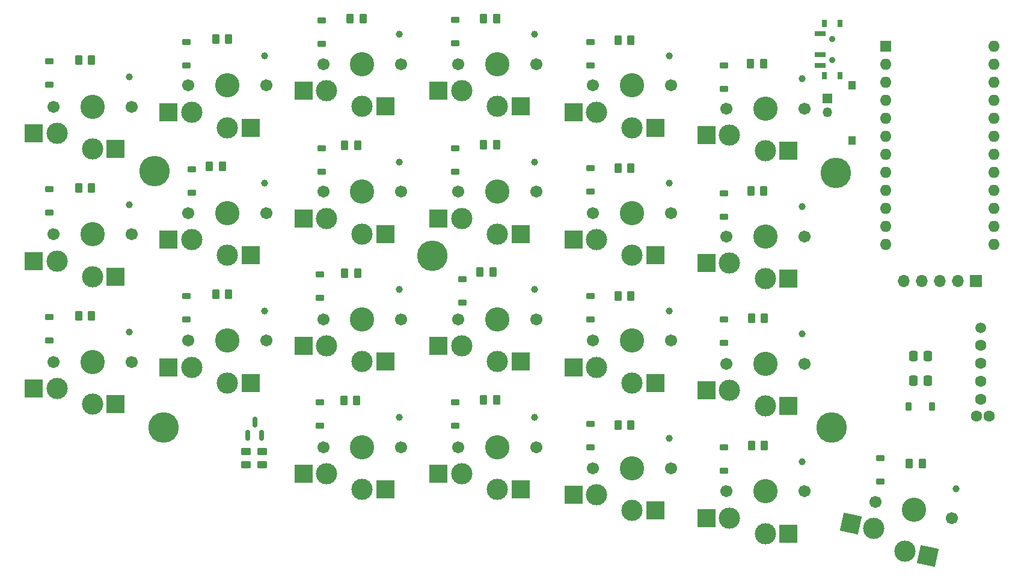
<source format=gbr>
%TF.GenerationSoftware,KiCad,Pcbnew,7.0.5-0*%
%TF.CreationDate,2023-10-18T13:26:08+10:30*%
%TF.ProjectId,Rolio,526f6c69-6f2e-46b6-9963-61645f706362,rev?*%
%TF.SameCoordinates,Original*%
%TF.FileFunction,Soldermask,Bot*%
%TF.FilePolarity,Negative*%
%FSLAX46Y46*%
G04 Gerber Fmt 4.6, Leading zero omitted, Abs format (unit mm)*
G04 Created by KiCad (PCBNEW 7.0.5-0) date 2023-10-18 13:26:08*
%MOMM*%
%LPD*%
G01*
G04 APERTURE LIST*
G04 Aperture macros list*
%AMRoundRect*
0 Rectangle with rounded corners*
0 $1 Rounding radius*
0 $2 $3 $4 $5 $6 $7 $8 $9 X,Y pos of 4 corners*
0 Add a 4 corners polygon primitive as box body*
4,1,4,$2,$3,$4,$5,$6,$7,$8,$9,$2,$3,0*
0 Add four circle primitives for the rounded corners*
1,1,$1+$1,$2,$3*
1,1,$1+$1,$4,$5*
1,1,$1+$1,$6,$7*
1,1,$1+$1,$8,$9*
0 Add four rect primitives between the rounded corners*
20,1,$1+$1,$2,$3,$4,$5,0*
20,1,$1+$1,$4,$5,$6,$7,0*
20,1,$1+$1,$6,$7,$8,$9,0*
20,1,$1+$1,$8,$9,$2,$3,0*%
%AMRotRect*
0 Rectangle, with rotation*
0 The origin of the aperture is its center*
0 $1 length*
0 $2 width*
0 $3 Rotation angle, in degrees counterclockwise*
0 Add horizontal line*
21,1,$1,$2,0,0,$3*%
G04 Aperture macros list end*
%ADD10C,1.701800*%
%ADD11C,3.000000*%
%ADD12C,3.429000*%
%ADD13C,0.990600*%
%ADD14R,2.600000X2.600000*%
%ADD15C,4.300000*%
%ADD16R,1.700000X1.700000*%
%ADD17O,1.700000X1.700000*%
%ADD18C,1.500000*%
%ADD19C,1.600000*%
%ADD20R,1.600000X1.600000*%
%ADD21O,1.600000X1.600000*%
%ADD22RotRect,2.600000X2.600000X348.000000*%
%ADD23R,1.350000X1.350000*%
%ADD24O,1.350000X1.350000*%
%ADD25RoundRect,0.250000X0.262500X0.450000X-0.262500X0.450000X-0.262500X-0.450000X0.262500X-0.450000X0*%
%ADD26RoundRect,0.225000X-0.375000X0.225000X-0.375000X-0.225000X0.375000X-0.225000X0.375000X0.225000X0*%
%ADD27RoundRect,0.250000X-0.337500X-0.475000X0.337500X-0.475000X0.337500X0.475000X-0.337500X0.475000X0*%
%ADD28RoundRect,0.250000X0.450000X-0.262500X0.450000X0.262500X-0.450000X0.262500X-0.450000X-0.262500X0*%
%ADD29R,0.800000X1.000000*%
%ADD30C,0.900000*%
%ADD31R,1.500000X0.700000*%
%ADD32R,1.000000X1.250000*%
%ADD33RoundRect,0.225000X-0.225000X-0.375000X0.225000X-0.375000X0.225000X0.375000X-0.225000X0.375000X0*%
%ADD34RoundRect,0.150000X0.150000X-0.587500X0.150000X0.587500X-0.150000X0.587500X-0.150000X-0.587500X0*%
G04 APERTURE END LIST*
D10*
%TO.C,SW_B0*%
X-116582400Y-10754000D03*
D11*
X-116082400Y-14504000D03*
D12*
X-111082400Y-10754000D03*
D11*
X-111082400Y-16704000D03*
D13*
X-105862400Y-6554000D03*
D10*
X-105582400Y-10754000D03*
D14*
X-107807400Y-16704000D03*
X-119357400Y-14504000D03*
%TD*%
D10*
%TO.C,SW_B3*%
X-78582400Y-61754000D03*
D11*
X-78082400Y-65504000D03*
D12*
X-73082400Y-61754000D03*
D11*
X-73082400Y-67704000D03*
D13*
X-67862400Y-57554000D03*
D10*
X-67582400Y-61754000D03*
D14*
X-69807400Y-67704000D03*
X-81357400Y-65504000D03*
%TD*%
D15*
%TO.C,H3*%
X-25364400Y-23066000D03*
%TD*%
D10*
%TO.C,SW_B4*%
X-97582400Y-61754000D03*
D11*
X-97082400Y-65504000D03*
D12*
X-92082400Y-61754000D03*
D11*
X-92082400Y-67704000D03*
D13*
X-86862400Y-57554000D03*
D10*
X-86582400Y-61754000D03*
D14*
X-88807400Y-67704000D03*
X-100357400Y-65504000D03*
%TD*%
D10*
%TO.C,SW_C1*%
X-97582400Y-25754000D03*
D11*
X-97082400Y-29504000D03*
D12*
X-92082400Y-25754000D03*
D11*
X-92082400Y-31704000D03*
D13*
X-86862400Y-21554000D03*
D10*
X-86582400Y-25754000D03*
D14*
X-88807400Y-31704000D03*
X-100357400Y-29504000D03*
%TD*%
D10*
%TO.C,SW_B1*%
X-116582400Y-28754000D03*
D11*
X-116082400Y-32504000D03*
D12*
X-111082400Y-28754000D03*
D11*
X-111082400Y-34704000D03*
D13*
X-105862400Y-24554000D03*
D10*
X-105582400Y-28754000D03*
D14*
X-107807400Y-34704000D03*
X-119357400Y-32504000D03*
%TD*%
D16*
%TO.C,Nice!View1*%
X-5648000Y-38314000D03*
D17*
X-8188000Y-38314000D03*
X-10728000Y-38314000D03*
X-13268000Y-38314000D03*
X-15808000Y-38314000D03*
%TD*%
D15*
%TO.C,H4*%
X-26012400Y-59004000D03*
%TD*%
D10*
%TO.C,SW_F0*%
X-40849500Y-14004000D03*
D11*
X-40349500Y-17754000D03*
D12*
X-35349500Y-14004000D03*
D11*
X-35349500Y-19954000D03*
D13*
X-30129500Y-9804000D03*
D10*
X-29849500Y-14004000D03*
D14*
X-32074500Y-19954000D03*
X-43624500Y-17754000D03*
%TD*%
D18*
%TO.C,RE_1*%
X-4998000Y-44914000D03*
D19*
X-4998000Y-55024000D03*
X-4998000Y-52484000D03*
X-4998000Y-49944000D03*
X-4998000Y-47404000D03*
X-3773000Y-57414000D03*
X-5623000Y-57414000D03*
%TD*%
D15*
%TO.C,H1*%
X-121302400Y-22822000D03*
%TD*%
D10*
%TO.C,SW_A2*%
X-135582400Y-49754000D03*
D11*
X-135082400Y-53504000D03*
D12*
X-130082400Y-49754000D03*
D11*
X-130082400Y-55704000D03*
D13*
X-124862400Y-45554000D03*
D10*
X-124582400Y-49754000D03*
D14*
X-126807400Y-55704000D03*
X-138357400Y-53504000D03*
%TD*%
D10*
%TO.C,SW_D1*%
X-78582400Y-25754000D03*
D11*
X-78082400Y-29504000D03*
D12*
X-73082400Y-25754000D03*
D11*
X-73082400Y-31704000D03*
D13*
X-67862400Y-21554000D03*
D10*
X-67582400Y-25754000D03*
D14*
X-69807400Y-31704000D03*
X-81357400Y-29504000D03*
%TD*%
D10*
%TO.C,SW_E2*%
X-59582400Y-46754000D03*
D11*
X-59082400Y-50504000D03*
D12*
X-54082400Y-46754000D03*
D11*
X-54082400Y-52704000D03*
D13*
X-48862400Y-42554000D03*
D10*
X-48582400Y-46754000D03*
D14*
X-50807400Y-52704000D03*
X-62357400Y-50504000D03*
%TD*%
D10*
%TO.C,SW_D2*%
X-78582400Y-43754000D03*
D11*
X-78082400Y-47504000D03*
D12*
X-73082400Y-43754000D03*
D11*
X-73082400Y-49704000D03*
D13*
X-67862400Y-39554000D03*
D10*
X-67582400Y-43754000D03*
D14*
X-69807400Y-49704000D03*
X-81357400Y-47504000D03*
%TD*%
D10*
%TO.C,SW_E0*%
X-59582400Y-10754000D03*
D11*
X-59082400Y-14504000D03*
D12*
X-54082400Y-10754000D03*
D11*
X-54082400Y-16704000D03*
D13*
X-48862400Y-6554000D03*
D10*
X-48582400Y-10754000D03*
D14*
X-50807400Y-16704000D03*
X-62357400Y-14504000D03*
%TD*%
D20*
%TO.C,NICE_NANO1*%
X-18348000Y-5204000D03*
D21*
X-18348000Y-7744000D03*
X-18348000Y-10284000D03*
X-18348000Y-12824000D03*
X-18348000Y-15364000D03*
X-18348000Y-17904000D03*
X-18348000Y-20444000D03*
X-18348000Y-22984000D03*
X-18348000Y-25524000D03*
X-18348000Y-28064000D03*
X-18348000Y-30604000D03*
X-18348000Y-33144000D03*
X-3108000Y-33144000D03*
X-3108000Y-30604000D03*
X-3108000Y-28064000D03*
X-3108000Y-25524000D03*
X-3108000Y-22984000D03*
X-3108000Y-20444000D03*
X-3108000Y-17904000D03*
X-3108000Y-15364000D03*
X-3108000Y-12824000D03*
X-3108000Y-10284000D03*
X-3108000Y-7744000D03*
X-3108000Y-5204000D03*
%TD*%
D15*
%TO.C,H5*%
X-82210400Y-34750000D03*
%TD*%
D10*
%TO.C,SW_A1*%
X-135582400Y-31754000D03*
D11*
X-135082400Y-35504000D03*
D12*
X-130082400Y-31754000D03*
D11*
X-130082400Y-37704000D03*
D13*
X-124862400Y-27554000D03*
D10*
X-124582400Y-31754000D03*
D14*
X-126807400Y-37704000D03*
X-138357400Y-35504000D03*
%TD*%
D10*
%TO.C,SW_A0*%
X-135582400Y-13754000D03*
D11*
X-135082400Y-17504000D03*
D12*
X-130082400Y-13754000D03*
D11*
X-130082400Y-19704000D03*
D13*
X-124862400Y-9554000D03*
D10*
X-124582400Y-13754000D03*
D14*
X-126807400Y-19704000D03*
X-138357400Y-17504000D03*
%TD*%
D10*
%TO.C,SW_F2*%
X-40849500Y-50004000D03*
D11*
X-40349500Y-53754000D03*
D12*
X-35349500Y-50004000D03*
D11*
X-35349500Y-55954000D03*
D13*
X-30129500Y-45804000D03*
D10*
X-29849500Y-50004000D03*
D14*
X-32074500Y-55954000D03*
X-43624500Y-53754000D03*
%TD*%
D10*
%TO.C,SW_D0*%
X-78582400Y-7754000D03*
D11*
X-78082400Y-11504000D03*
D12*
X-73082400Y-7754000D03*
D11*
X-73082400Y-13704000D03*
D13*
X-67862400Y-3554000D03*
D10*
X-67582400Y-7754000D03*
D14*
X-69807400Y-13704000D03*
X-81357400Y-11504000D03*
%TD*%
D10*
%TO.C,SW_E3*%
X-19790648Y-69479251D03*
D11*
X-20081243Y-73251260D03*
D12*
X-14410836Y-70622765D03*
D11*
X-15647911Y-76442743D03*
D13*
X-8431676Y-67599844D03*
D10*
X-9031024Y-71766279D03*
D22*
X-12444477Y-77123654D03*
X-23284676Y-72570349D03*
%TD*%
D10*
%TO.C,SW_F1*%
X-40849500Y-32049000D03*
D11*
X-40349500Y-35799000D03*
D12*
X-35349500Y-32049000D03*
D11*
X-35349500Y-37999000D03*
D13*
X-30129500Y-27849000D03*
D10*
X-29849500Y-32049000D03*
D14*
X-32074500Y-37999000D03*
X-43624500Y-35799000D03*
%TD*%
D10*
%TO.C,SW_C2*%
X-97582400Y-43754000D03*
D11*
X-97082400Y-47504000D03*
D12*
X-92082400Y-43754000D03*
D11*
X-92082400Y-49704000D03*
D13*
X-86862400Y-39554000D03*
D10*
X-86582400Y-43754000D03*
D14*
X-88807400Y-49704000D03*
X-100357400Y-47504000D03*
%TD*%
D23*
%TO.C,BATT1*%
X-26592197Y-12580000D03*
D24*
X-26592197Y-14580000D03*
%TD*%
D10*
%TO.C,SW_E1*%
X-59582400Y-28754000D03*
D11*
X-59082400Y-32504000D03*
D12*
X-54082400Y-28754000D03*
D11*
X-54082400Y-34704000D03*
D13*
X-48862400Y-24554000D03*
D10*
X-48582400Y-28754000D03*
D14*
X-50807400Y-34704000D03*
X-62357400Y-32504000D03*
%TD*%
D10*
%TO.C,SW_C0*%
X-97582400Y-7754000D03*
D11*
X-97082400Y-11504000D03*
D12*
X-92082400Y-7754000D03*
D11*
X-92082400Y-13704000D03*
D13*
X-86862400Y-3554000D03*
D10*
X-86582400Y-7754000D03*
D14*
X-88807400Y-13704000D03*
X-100357400Y-11504000D03*
%TD*%
D15*
%TO.C,H2*%
X-120052400Y-59014000D03*
%TD*%
D10*
%TO.C,SW_C3*%
X-59582400Y-64754000D03*
D11*
X-59082400Y-68504000D03*
D12*
X-54082400Y-64754000D03*
D11*
X-54082400Y-70704000D03*
D13*
X-48862400Y-60554000D03*
D10*
X-48582400Y-64754000D03*
D14*
X-50807400Y-70704000D03*
X-62357400Y-68504000D03*
%TD*%
D10*
%TO.C,SW_B2*%
X-116582400Y-46754000D03*
D11*
X-116082400Y-50504000D03*
D12*
X-111082400Y-46754000D03*
D11*
X-111082400Y-52704000D03*
D13*
X-105862400Y-42554000D03*
D10*
X-105582400Y-46754000D03*
D14*
X-107807400Y-52704000D03*
X-119357400Y-50504000D03*
%TD*%
D10*
%TO.C,SW_F3*%
X-40849500Y-68004000D03*
D11*
X-40349500Y-71754000D03*
D12*
X-35349500Y-68004000D03*
D11*
X-35349500Y-73954000D03*
D13*
X-30129500Y-63804000D03*
D10*
X-29849500Y-68004000D03*
D14*
X-32074500Y-73954000D03*
X-43624500Y-71754000D03*
%TD*%
D25*
%TO.C,R8*%
X-130215210Y-7204000D03*
X-132040210Y-7204000D03*
%TD*%
D26*
%TO.C,D17*%
X-116874400Y-40472000D03*
X-116874400Y-43772000D03*
%TD*%
D27*
%TO.C,C1*%
X-14512400Y-52373000D03*
X-12437400Y-52373000D03*
%TD*%
D26*
%TO.C,D10*%
X-97824400Y-19644000D03*
X-97824400Y-22944000D03*
%TD*%
%TO.C,D13*%
X-41182400Y-43774000D03*
X-41182400Y-47074000D03*
%TD*%
D25*
%TO.C,R12*%
X-92744400Y-19204000D03*
X-94569400Y-19204000D03*
%TD*%
D26*
%TO.C,D1*%
X-41182400Y-7960000D03*
X-41182400Y-11260000D03*
%TD*%
D25*
%TO.C,R10*%
X-54239900Y-22438000D03*
X-56064900Y-22438000D03*
%TD*%
D26*
%TO.C,D12*%
X-136144000Y-25386500D03*
X-136144000Y-28686500D03*
%TD*%
D27*
%TO.C,C2*%
X-14512400Y-48902000D03*
X-12437400Y-48902000D03*
%TD*%
D26*
%TO.C,D14*%
X-59978400Y-40472000D03*
X-59978400Y-43772000D03*
%TD*%
D28*
%TO.C,R2*%
X-106206400Y-64244500D03*
X-106206400Y-62419500D03*
%TD*%
D25*
%TO.C,R21*%
X-13242400Y-64094000D03*
X-15067400Y-64094000D03*
%TD*%
D26*
%TO.C,D15*%
X-78012400Y-38060000D03*
X-78012400Y-41360000D03*
%TD*%
D25*
%TO.C,R18*%
X-92744400Y-37204000D03*
X-94569400Y-37204000D03*
%TD*%
%TO.C,R19*%
X-110911210Y-40204000D03*
X-112736210Y-40204000D03*
%TD*%
%TO.C,R14*%
X-130215210Y-25204000D03*
X-132040210Y-25204000D03*
%TD*%
D26*
%TO.C,D3*%
X-79028400Y-1484000D03*
X-79028400Y-4784000D03*
%TD*%
D25*
%TO.C,R24*%
X-73186400Y-55136000D03*
X-75011400Y-55136000D03*
%TD*%
D28*
%TO.C,R1*%
X-108492400Y-64244500D03*
X-108492400Y-62419500D03*
%TD*%
D26*
%TO.C,D22*%
X-59978400Y-58510000D03*
X-59978400Y-61810000D03*
%TD*%
%TO.C,D23*%
X-79028400Y-55458000D03*
X-79028400Y-58758000D03*
%TD*%
%TO.C,D11*%
X-116112400Y-22566000D03*
X-116112400Y-25866000D03*
%TD*%
%TO.C,D7*%
X-41182400Y-25994000D03*
X-41182400Y-29294000D03*
%TD*%
D29*
%TO.C,SW4*%
X-24781400Y-2044000D03*
X-26991400Y-2044000D03*
D30*
X-25881400Y-4194000D03*
X-25881400Y-7194000D03*
D29*
X-24781400Y-9344000D03*
X-26991400Y-9344000D03*
D31*
X-27641400Y-3444000D03*
X-27641400Y-6444000D03*
X-27641400Y-7944000D03*
%TD*%
D25*
%TO.C,R20*%
X-130215210Y-43204000D03*
X-132040210Y-43204000D03*
%TD*%
D26*
%TO.C,D20*%
X-19173454Y-63295944D03*
X-19173454Y-66595944D03*
%TD*%
D25*
%TO.C,R6*%
X-91982400Y-1356000D03*
X-93807400Y-1356000D03*
%TD*%
D26*
%TO.C,D29*%
X-98078400Y-55458000D03*
X-98078400Y-58758000D03*
%TD*%
%TO.C,D4*%
X-97824400Y-1610000D03*
X-97824400Y-4910000D03*
%TD*%
D25*
%TO.C,R4*%
X-54239900Y-4404000D03*
X-56064900Y-4404000D03*
%TD*%
D32*
%TO.C,RESET1*%
X-23126400Y-10737000D03*
X-23126400Y-18487000D03*
%TD*%
D26*
%TO.C,D2*%
X-59978400Y-4658000D03*
X-59978400Y-7958000D03*
%TD*%
%TO.C,D8*%
X-59978400Y-22438000D03*
X-59978400Y-25738000D03*
%TD*%
D25*
%TO.C,R11*%
X-73186400Y-19136000D03*
X-75011400Y-19136000D03*
%TD*%
D26*
%TO.C,D18*%
X-136144000Y-43386500D03*
X-136144000Y-46686500D03*
%TD*%
D25*
%TO.C,R15*%
X-35443900Y-43554000D03*
X-37268900Y-43554000D03*
%TD*%
%TO.C,R22*%
X-35443900Y-61554000D03*
X-37268900Y-61554000D03*
%TD*%
D26*
%TO.C,D5*%
X-116874400Y-4658000D03*
X-116874400Y-7958000D03*
%TD*%
D25*
%TO.C,R7*%
X-110911210Y-4204000D03*
X-112736210Y-4204000D03*
%TD*%
D26*
%TO.C,D6*%
X-136144000Y-7386500D03*
X-136144000Y-10686500D03*
%TD*%
%TO.C,D9*%
X-79028400Y-19644000D03*
X-79028400Y-22944000D03*
%TD*%
D25*
%TO.C,R25*%
X-92864400Y-55204000D03*
X-94689400Y-55204000D03*
%TD*%
D33*
%TO.C,D19*%
X-15147400Y-56014000D03*
X-11847400Y-56014000D03*
%TD*%
D34*
%TO.C,Q1*%
X-106272400Y-60127000D03*
X-108172400Y-60127000D03*
X-107222400Y-58252000D03*
%TD*%
D25*
%TO.C,R23*%
X-54239900Y-58688000D03*
X-56064900Y-58688000D03*
%TD*%
D26*
%TO.C,D21*%
X-41182400Y-61808000D03*
X-41182400Y-65108000D03*
%TD*%
D25*
%TO.C,R5*%
X-73186400Y-1356000D03*
X-75011400Y-1356000D03*
%TD*%
D26*
%TO.C,D16*%
X-98078400Y-37424000D03*
X-98078400Y-40724000D03*
%TD*%
D25*
%TO.C,R17*%
X-73694400Y-37070000D03*
X-75519400Y-37070000D03*
%TD*%
%TO.C,R16*%
X-54239900Y-40438000D03*
X-56064900Y-40438000D03*
%TD*%
%TO.C,R9*%
X-35547400Y-25599000D03*
X-37372400Y-25599000D03*
%TD*%
%TO.C,R3*%
X-35594400Y-7706000D03*
X-37419400Y-7706000D03*
%TD*%
%TO.C,R13*%
X-111779210Y-22204000D03*
X-113604210Y-22204000D03*
%TD*%
M02*

</source>
